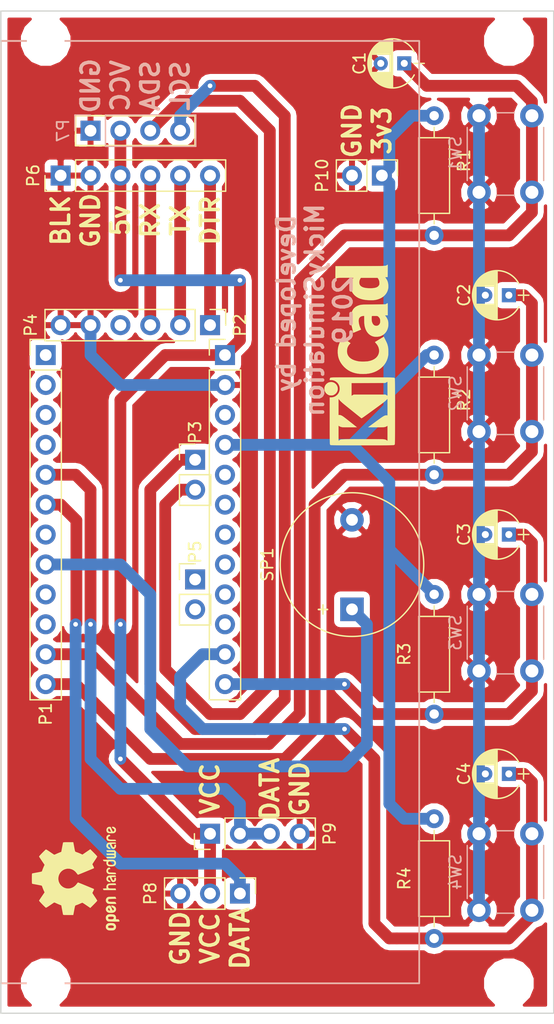
<source format=kicad_pcb>
(kicad_pcb (version 4) (host pcbnew 4.0.4-stable)
  (title_block (title "Domotic Shutter Board") (date 2019-04-08) (rev Michele) (company MickySimulation))
  (layers (0 F.Cu signal) (31 B.Cu signal) (34 B.Paste user hide) (35 F.Paste user hide) (36 B.SilkS user) (37 F.SilkS user) (38 B.Mask user) (39 F.Mask user) (44 Edge.Cuts user))
  (net 0 "")
  (net 1 "/1(Tx)")
  (net 2 "/0(Rx)")
  (net 3 GND)
  (net 4 /2)
  (net 5 /8)
  (net 6 /DTR)
  (net 7 VCC)
  (net 8 /A5)
  (net 9 /A4)
  (net 10 /A7)
  (net 11 /A6)
  (net 12 "Net-(P2-Pad4)")
  (net 13 "Net-(P4-Pad3)")
  (net 14 "Net-(P1-Pad1)")
  (net 15 "Net-(P1-Pad2)")
  (net 16 "Net-(P1-Pad3)")
  (net 17 "Net-(P1-Pad4)")
  (net 18 "Net-(P1-Pad7)")
  (net 19 "Net-(P1-Pad9)")
  (net 20 "Net-(P1-Pad10)")
  (net 21 "Net-(P4-Pad5)")
  (net 22 "Net-(P4-Pad6)")
  (net 23 "Net-(P4-Pad7)")
  (net 24 "Net-(P4-Pad8)")
  (net 25 "Net-(P4-Pad9)")
  (net 26 "Net-(P4-Pad10)")
  (net 27 /5)
  (net 28 /3)
  (net 29 /9)
  (net 30 /3.3v)
  (net 31 /11)
  (net 32 /10)
  (module Mounting_Holes:MountingHole_3.2mm_M3 (layer F.Cu) (at 138.43 66.04)
    (fp_text reference REF** hide)
    (fp_text value MountingHole_3.2mm_M3)
    (pad 1 np_thru_hole circle (at 0 0) (size 3.2 3.2) (drill 3.2) (layers *.Cu *.Mask))
  )
  (module Buttons_Switches_ThroughHole:SW_PUSH_6mm (layer B.Cu) (at 175.26 72.39 270)
    (fp_text reference SW1 (at 3.25 2 270) (layer B.SilkS) (effects (justify mirror)))
    (fp_text value SW_PUSH)
    (pad 2 thru_hole circle (at 0 -4.5 180) (size 2 2) (drill 1.1) (layers *.Cu *.Mask) (net 5 /8))
    (pad 1 thru_hole circle (at 0 0 180) (size 2 2) (drill 1.1) (layers *.Cu *.Mask) (net 3 GND))
    (pad 2 thru_hole circle (at 6.5 -4.5 180) (size 2 2) (drill 1.1) (layers *.Cu *.Mask) (net 5 /8))
    (pad 1 thru_hole circle (at 6.5 0 180) (size 2 2) (drill 1.1) (layers *.Cu *.Mask) (net 3 GND))
  )
  (module Buttons_Switches_ThroughHole:SW_PUSH_6mm (layer B.Cu) (at 175.26 92.71 270)
    (fp_text reference SW2 (at 3.25 2 270) (layer B.SilkS) (effects (justify mirror)))
    (fp_text value SW_PUSH)
    (pad 2 thru_hole circle (at 0 -4.5 180) (size 2 2) (drill 1.1) (layers *.Cu *.Mask) (net 29 /9))
    (pad 1 thru_hole circle (at 0 0 180) (size 2 2) (drill 1.1) (layers *.Cu *.Mask) (net 3 GND))
    (pad 2 thru_hole circle (at 6.5 -4.5 180) (size 2 2) (drill 1.1) (layers *.Cu *.Mask) (net 29 /9))
    (pad 1 thru_hole circle (at 6.5 0 180) (size 2 2) (drill 1.1) (layers *.Cu *.Mask) (net 3 GND))
  )
  (module Buttons_Switches_ThroughHole:SW_PUSH_6mm (layer B.Cu) (at 175.26 113.03 270)
    (fp_text reference SW3 (at 3.25 2 270) (layer B.SilkS) (effects (justify mirror)))
    (fp_text value SW_PUSH)
    (pad 2 thru_hole circle (at 0 -4.5 180) (size 2 2) (drill 1.1) (layers *.Cu *.Mask) (net 32 /10))
    (pad 1 thru_hole circle (at 0 0 180) (size 2 2) (drill 1.1) (layers *.Cu *.Mask) (net 3 GND))
    (pad 2 thru_hole circle (at 6.5 -4.5 180) (size 2 2) (drill 1.1) (layers *.Cu *.Mask) (net 32 /10))
    (pad 1 thru_hole circle (at 6.5 0 180) (size 2 2) (drill 1.1) (layers *.Cu *.Mask) (net 3 GND))
  )
  (module Buttons_Switches_ThroughHole:SW_PUSH_6mm (layer B.Cu) (at 175.26 133.35 270)
    (fp_text reference SW4 (at 3.25 2 270) (layer B.SilkS) (effects (justify mirror)))
    (fp_text value SW_PUSH)
    (pad 2 thru_hole circle (at 0 -4.5 180) (size 2 2) (drill 1.1) (layers *.Cu *.Mask) (net 31 /11))
    (pad 1 thru_hole circle (at 0 0 180) (size 2 2) (drill 1.1) (layers *.Cu *.Mask) (net 3 GND))
    (pad 2 thru_hole circle (at 6.5 -4.5 180) (size 2 2) (drill 1.1) (layers *.Cu *.Mask) (net 31 /11))
    (pad 1 thru_hole circle (at 6.5 0 180) (size 2 2) (drill 1.1) (layers *.Cu *.Mask) (net 3 GND))
  )
  (module Socket_Strips:Socket_Strip_Straight_1x12_Pitch2.54mm (layer F.Cu) (at 138.43 92.71)
    (fp_text reference P1 (at 0 30.48 90) (layer F.SilkS))
    (fp_text value Digital)
    (pad 1 thru_hole rect (at 0 0) (size 1.7 1.7) (drill 1) (layers *.Cu *.Mask) (net 14 "Net-(P1-Pad1)"))
    (pad 2 thru_hole oval (at 0 2.54) (size 1.7 1.7) (drill 1) (layers *.Cu *.Mask) (net 15 "Net-(P1-Pad2)"))
    (pad 3 thru_hole oval (at 0 5.08) (size 1.7 1.7) (drill 1) (layers *.Cu *.Mask) (net 16 "Net-(P1-Pad3)"))
    (pad 4 thru_hole oval (at 0 7.62) (size 1.7 1.7) (drill 1) (layers *.Cu *.Mask) (net 17 "Net-(P1-Pad4)"))
    (pad 5 thru_hole oval (at 0 10.16) (size 1.7 1.7) (drill 1) (layers *.Cu *.Mask) (net 4 /2))
    (pad 6 thru_hole oval (at 0 12.7) (size 1.7 1.7) (drill 1) (layers *.Cu *.Mask) (net 28 /3))
    (pad 7 thru_hole oval (at 0 15.24) (size 1.7 1.7) (drill 1) (layers *.Cu *.Mask) (net 18 "Net-(P1-Pad7)"))
    (pad 8 thru_hole oval (at 0 17.78) (size 1.7 1.7) (drill 1) (layers *.Cu *.Mask) (net 27 /5))
    (pad 9 thru_hole oval (at 0 20.32) (size 1.7 1.7) (drill 1) (layers *.Cu *.Mask) (net 19 "Net-(P1-Pad9)"))
    (pad 10 thru_hole oval (at 0 22.86) (size 1.7 1.7) (drill 1) (layers *.Cu *.Mask) (net 20 "Net-(P1-Pad10)"))
    (pad 11 thru_hole oval (at 0 25.4) (size 1.7 1.7) (drill 1) (layers *.Cu *.Mask) (net 5 /8))
    (pad 12 thru_hole oval (at 0 27.94) (size 1.7 1.7) (drill 1) (layers *.Cu *.Mask) (net 29 /9))
  )
  (module Socket_Strips:Socket_Strip_Straight_1x06_Pitch2.54mm (layer F.Cu) (at 152.4 90.17 270)
    (fp_text reference P2 (at 0 -2.54 270) (layer F.SilkS))
    (fp_text value COM)
    (pad 1 thru_hole rect (at 0 0 270) (size 1.7 1.7) (drill 1) (layers *.Cu *.Mask) (net 6 /DTR))
    (pad 2 thru_hole oval (at 0 2.54 270) (size 1.7 1.7) (drill 1) (layers *.Cu *.Mask) (net 1 "/1(Tx)"))
    (pad 3 thru_hole oval (at 0 5.08 270) (size 1.7 1.7) (drill 1) (layers *.Cu *.Mask) (net 2 "/0(Rx)"))
    (pad 4 thru_hole oval (at 0 7.62 270) (size 1.7 1.7) (drill 1) (layers *.Cu *.Mask) (net 12 "Net-(P2-Pad4)"))
    (pad 5 thru_hole oval (at 0 10.16 270) (size 1.7 1.7) (drill 1) (layers *.Cu *.Mask) (net 3 GND))
    (pad 6 thru_hole oval (at 0 12.7 270) (size 1.7 1.7) (drill 1) (layers *.Cu *.Mask) (net 3 GND))
  )
  (module Socket_Strips:Socket_Strip_Straight_1x02_Pitch2.54mm (layer F.Cu) (at 151.13 101.6)
    (fp_text reference P3 (at 0 -2.33 90) (layer F.SilkS))
    (fp_text value ADC)
    (pad 1 thru_hole rect (at 0 0) (size 1.7 1.7) (drill 1) (layers *.Cu *.Mask) (net 8 /A5))
    (pad 2 thru_hole oval (at 0 2.54) (size 1.7 1.7) (drill 1) (layers *.Cu *.Mask) (net 9 /A4))
  )
  (module Socket_Strips:Socket_Strip_Straight_1x12_Pitch2.54mm (layer F.Cu) (at 153.67 92.71)
    (fp_text reference P4 (at -16.51 -2.54 90) (layer F.SilkS))
    (fp_text value Analog)
    (pad 1 thru_hole rect (at 0 0) (size 1.7 1.7) (drill 1) (layers *.Cu *.Mask) (net 7 VCC))
    (pad 2 thru_hole oval (at 0 2.54) (size 1.7 1.7) (drill 1) (layers *.Cu *.Mask) (net 3 GND))
    (pad 3 thru_hole oval (at 0 5.08) (size 1.7 1.7) (drill 1) (layers *.Cu *.Mask) (net 13 "Net-(P4-Pad3)"))
    (pad 4 thru_hole oval (at 0 7.62) (size 1.7 1.7) (drill 1) (layers *.Cu *.Mask) (net 30 /3.3v))
    (pad 5 thru_hole oval (at 0 10.16) (size 1.7 1.7) (drill 1) (layers *.Cu *.Mask) (net 21 "Net-(P4-Pad5)"))
    (pad 6 thru_hole oval (at 0 12.7) (size 1.7 1.7) (drill 1) (layers *.Cu *.Mask) (net 22 "Net-(P4-Pad6)"))
    (pad 7 thru_hole oval (at 0 15.24) (size 1.7 1.7) (drill 1) (layers *.Cu *.Mask) (net 23 "Net-(P4-Pad7)"))
    (pad 8 thru_hole oval (at 0 17.78) (size 1.7 1.7) (drill 1) (layers *.Cu *.Mask) (net 24 "Net-(P4-Pad8)"))
    (pad 9 thru_hole oval (at 0 20.32) (size 1.7 1.7) (drill 1) (layers *.Cu *.Mask) (net 25 "Net-(P4-Pad9)"))
    (pad 10 thru_hole oval (at 0 22.86) (size 1.7 1.7) (drill 1) (layers *.Cu *.Mask) (net 26 "Net-(P4-Pad10)"))
    (pad 11 thru_hole oval (at 0 25.4) (size 1.7 1.7) (drill 1) (layers *.Cu *.Mask) (net 31 /11))
    (pad 12 thru_hole oval (at 0 27.94) (size 1.7 1.7) (drill 1) (layers *.Cu *.Mask) (net 32 /10))
  )
  (module Socket_Strips:Socket_Strip_Straight_1x02_Pitch2.54mm (layer F.Cu) (at 151.13 111.76)
    (fp_text reference P5 (at 0 -2.33 90) (layer F.SilkS))
    (fp_text value ADC)
    (pad 1 thru_hole rect (at 0 0) (size 1.7 1.7) (drill 1) (layers *.Cu *.Mask) (net 10 /A7))
    (pad 2 thru_hole oval (at 0 2.54) (size 1.7 1.7) (drill 1) (layers *.Cu *.Mask) (net 11 /A6))
  )
  (module Pin_Headers:Pin_Header_Straight_1x06_Pitch2.54mm (layer F.Cu) (at 139.7 77.47 90)
    (fp_text reference P6 (at 0 -2.33 90) (layer F.SilkS))
    (fp_text value COM)
    (pad 1 thru_hole rect (at 0 0 90) (size 1.7 1.7) (drill 1) (layers *.Cu *.Mask) (net 3 GND))
    (pad 2 thru_hole oval (at 0 2.54 90) (size 1.7 1.7) (drill 1) (layers *.Cu *.Mask) (net 3 GND))
    (pad 3 thru_hole oval (at 0 5.08 90) (size 1.7 1.7) (drill 1) (layers *.Cu *.Mask) (net 7 VCC))
    (pad 4 thru_hole oval (at 0 7.62 90) (size 1.7 1.7) (drill 1) (layers *.Cu *.Mask) (net 2 "/0(Rx)"))
    (pad 5 thru_hole oval (at 0 10.16 90) (size 1.7 1.7) (drill 1) (layers *.Cu *.Mask) (net 1 "/1(Tx)"))
    (pad 6 thru_hole oval (at 0 12.7 90) (size 1.7 1.7) (drill 1) (layers *.Cu *.Mask) (net 6 /DTR))
  )
  (module Socket_Strips:Socket_Strip_Straight_1x04_Pitch2.54mm (layer B.Cu) (at 142.24 73.66 270)
    (fp_text reference P7 (at 0 2.33 270) (layer B.SilkS) (effects (justify mirror)))
    (fp_text value CONN_01X04)
    (pad 1 thru_hole rect (at 0 0 270) (size 1.7 1.7) (drill 1) (layers *.Cu *.Mask) (net 3 GND))
    (pad 2 thru_hole oval (at 0 -2.54 270) (size 1.7 1.7) (drill 1) (layers *.Cu *.Mask) (net 7 VCC))
    (pad 3 thru_hole oval (at 0 -5.08 270) (size 1.7 1.7) (drill 1) (layers *.Cu *.Mask) (net 9 /A4))
    (pad 4 thru_hole oval (at 0 -7.62 270) (size 1.7 1.7) (drill 1) (layers *.Cu *.Mask) (net 8 /A5))
  )
  (module Socket_Strips:Socket_Strip_Straight_1x03_Pitch2.54mm (layer F.Cu) (at 154.94 138.43 270)
    (fp_text reference P8 (at 0 7.62 270) (layer F.SilkS))
    (fp_text value CONN_01X03)
    (pad 1 thru_hole rect (at 0 0 270) (size 1.7 1.7) (drill 1) (layers *.Cu *.Mask) (net 28 /3))
    (pad 2 thru_hole oval (at 0 2.54 270) (size 1.7 1.7) (drill 1) (layers *.Cu *.Mask) (net 7 VCC))
    (pad 3 thru_hole oval (at 0 5.08 270) (size 1.7 1.7) (drill 1) (layers *.Cu *.Mask) (net 3 GND))
  )
  (module Socket_Strips:Socket_Strip_Straight_1x04_Pitch2.54mm (layer F.Cu) (at 152.4 133.35 90)
    (fp_text reference P9 (at 0 10.16 90) (layer F.SilkS))
    (fp_text value CONN_01X04)
    (pad 1 thru_hole rect (at 0 0 90) (size 1.7 1.7) (drill 1) (layers *.Cu *.Mask) (net 7 VCC))
    (pad 2 thru_hole oval (at 0 2.54 90) (size 1.7 1.7) (drill 1) (layers *.Cu *.Mask) (net 4 /2))
    (pad 3 thru_hole oval (at 0 5.08 90) (size 1.7 1.7) (drill 1) (layers *.Cu *.Mask) (net 4 /2))
    (pad 4 thru_hole oval (at 0 7.62 90) (size 1.7 1.7) (drill 1) (layers *.Cu *.Mask) (net 3 GND))
  )
  (module Symbols:KiCad-Logo_6mm_SilkScreen (layer F.Cu) (at 165.1 92.71 90)
    (fp_text reference REF*** hide)
    (fp_text value KiCad-Logo_6mm_SilkScreen hide)
  )
  (module Mounting_Holes:MountingHole_3.2mm_M3 (layer F.Cu) (at 177.8 66.04)
    (fp_text reference REF** hide)
    (fp_text value MountingHole_3.2mm_M3)
    (pad 1 np_thru_hole circle (at 0 0) (size 3.2 3.2) (drill 3.2) (layers *.Cu *.Mask))
  )
  (module Mounting_Holes:MountingHole_3.2mm_M3 (layer F.Cu) (at 177.8 146.05)
    (fp_text reference REF** hide)
    (fp_text value MountingHole_3.2mm_M3)
    (pad 1 np_thru_hole circle (at 0 0) (size 3.2 3.2) (drill 3.2) (layers *.Cu *.Mask))
  )
  (module Mounting_Holes:MountingHole_3.2mm_M3 (layer F.Cu) (at 138.43 146.05)
    (fp_text reference REF** hide)
    (fp_text value MountingHole_3.2mm_M3)
    (pad 1 np_thru_hole circle (at 0 0) (size 3.2 3.2) (drill 3.2) (layers *.Cu *.Mask))
  )
  (module Symbols:OSHW-Logo2_9.8x8mm_SilkScreen (layer F.Cu) (at 140.97 137.16 90)
    (fp_text reference REF*** hide)
    (fp_text value OSHW-Logo2_9.8x8mm_SilkScreen hide)
  )
  (module Buzzers_Beepers:Buzzer_12x9.5RM7.6 (layer F.Cu) (at 164.465 114.3 90)
    (fp_text reference SP1 (at 3.8 -7.2 90) (layer F.SilkS))
    (fp_text value SPEAKER)
    (fp_text user + (at -0.01 -2.54 90) (layer F.SilkS))
    (pad 1 thru_hole rect (at 0 0 90) (size 2 2) (drill 1) (layers *.Cu *.Mask) (net 27 /5))
    (pad 2 thru_hole circle (at 7.6 0 90) (size 2 2) (drill 1) (layers *.Cu *.Mask) (net 3 GND))
  )
  (module Capacitors_ThroughHole:CP_Radial_D4.0mm_P2.00mm (layer F.Cu) (at 168.91 67.945 180)
    (fp_text reference C1 (at 3.81 0 270) (layer F.SilkS))
    (fp_text value 1uF)
    (pad 1 thru_hole rect (at 0 0 180) (size 1.2 1.2) (drill 0.6) (layers *.Cu *.Mask) (net 5 /8))
    (pad 2 thru_hole circle (at 2 0 180) (size 1.2 1.2) (drill 0.6) (layers *.Cu *.Mask) (net 3 GND))
  )
  (module Capacitors_ThroughHole:CP_Radial_D4.0mm_P2.00mm (layer F.Cu) (at 177.8 87.63 180)
    (fp_text reference C2 (at 3.81 0 270) (layer F.SilkS))
    (fp_text value 1uF)
    (pad 1 thru_hole rect (at 0 0 180) (size 1.2 1.2) (drill 0.6) (layers *.Cu *.Mask) (net 29 /9))
    (pad 2 thru_hole circle (at 2 0 180) (size 1.2 1.2) (drill 0.6) (layers *.Cu *.Mask) (net 3 GND))
  )
  (module Capacitors_ThroughHole:CP_Radial_D4.0mm_P2.00mm (layer F.Cu) (at 177.8 107.95 180)
    (fp_text reference C3 (at 3.81 0 270) (layer F.SilkS))
    (fp_text value 1uF)
    (pad 1 thru_hole rect (at 0 0 180) (size 1.2 1.2) (drill 0.6) (layers *.Cu *.Mask) (net 32 /10))
    (pad 2 thru_hole circle (at 2 0 180) (size 1.2 1.2) (drill 0.6) (layers *.Cu *.Mask) (net 3 GND))
  )
  (module Capacitors_ThroughHole:CP_Radial_D4.0mm_P2.00mm (layer F.Cu) (at 177.8 128.27 180)
    (fp_text reference C4 (at 3.81 0 270) (layer F.SilkS))
    (fp_text value 1uF)
    (pad 1 thru_hole rect (at 0 0 180) (size 1.2 1.2) (drill 0.6) (layers *.Cu *.Mask) (net 31 /11))
    (pad 2 thru_hole circle (at 2 0 180) (size 1.2 1.2) (drill 0.6) (layers *.Cu *.Mask) (net 3 GND))
  )
  (module Resistors_ThroughHole:R_Axial_DIN0207_L6.3mm_D2.5mm_P10.16mm_Horizontal (layer F.Cu) (at 171.45 72.39 270)
    (fp_text reference R1 (at 3.81 -2.54 270) (layer F.SilkS))
    (fp_text value 15k)
    (pad 1 thru_hole circle (at 0 0 270) (size 1.6 1.6) (drill 0.8) (layers *.Cu *.Mask) (net 30 /3.3v))
    (pad 2 thru_hole oval (at 10.16 0 270) (size 1.6 1.6) (drill 0.8) (layers *.Cu *.Mask) (net 5 /8))
  )
  (module Resistors_ThroughHole:R_Axial_DIN0207_L6.3mm_D2.5mm_P10.16mm_Horizontal (layer F.Cu) (at 171.45 92.71 270)
    (fp_text reference R2 (at 3.81 -2.54 270) (layer F.SilkS))
    (fp_text value 15k)
    (pad 1 thru_hole circle (at 0 0 270) (size 1.6 1.6) (drill 0.8) (layers *.Cu *.Mask) (net 30 /3.3v))
    (pad 2 thru_hole oval (at 10.16 0 270) (size 1.6 1.6) (drill 0.8) (layers *.Cu *.Mask) (net 29 /9))
  )
  (module Resistors_ThroughHole:R_Axial_DIN0207_L6.3mm_D2.5mm_P10.16mm_Horizontal (layer F.Cu) (at 171.45 113.03 270)
    (fp_text reference R3 (at 5.08 2.54 270) (layer F.SilkS))
    (fp_text value 15k)
    (pad 1 thru_hole circle (at 0 0 270) (size 1.6 1.6) (drill 0.8) (layers *.Cu *.Mask) (net 30 /3.3v))
    (pad 2 thru_hole oval (at 10.16 0 270) (size 1.6 1.6) (drill 0.8) (layers *.Cu *.Mask) (net 32 /10))
  )
  (module Resistors_ThroughHole:R_Axial_DIN0207_L6.3mm_D2.5mm_P10.16mm_Horizontal (layer F.Cu) (at 171.45 132.08 270)
    (fp_text reference R4 (at 5.08 2.54 270) (layer F.SilkS))
    (fp_text value 15k)
    (pad 1 thru_hole circle (at 0 0 270) (size 1.6 1.6) (drill 0.8) (layers *.Cu *.Mask) (net 30 /3.3v))
    (pad 2 thru_hole oval (at 10.16 0 270) (size 1.6 1.6) (drill 0.8) (layers *.Cu *.Mask) (net 31 /11))
  )
  (module Pin_Headers:Pin_Header_Straight_1x02_Pitch2.54mm (layer F.Cu) (at 167.005 77.47 270)
    (fp_text reference P10 (at 0 5.08 270) (layer F.SilkS))
    (fp_text value CONN_01X02)
    (pad 1 thru_hole rect (at 0 0 270) (size 1.7 1.7) (drill 1) (layers *.Cu *.Mask) (net 30 /3.3v))
    (pad 2 thru_hole oval (at 0 2.54 270) (size 1.7 1.7) (drill 1) (layers *.Cu *.Mask) (net 3 GND))
  )
  (gr_text GND (at 164.465 73.66 90) (layer F.SilkS) (effects (font (size 1.5 1.5) (thickness 0.3))))
  (gr_text 3v3 (at 167.005 73.66 90) (layer F.SilkS) (effects (font (size 1.5 1.5) (thickness 0.3))))
  (gr_line (start 181.61 63.5) (end 181.61 148.59) (angle 90) (layer Edge.Cuts) (width 0.1))
  (gr_line (start 134.62 63.5) (end 181.61 63.5) (angle 90) (layer Edge.Cuts) (width 0.1))
  (gr_line (start 134.62 148.59) (end 134.62 63.5) (angle 90) (layer Edge.Cuts) (width 0.1))
  (gr_line (start 134.62 148.59) (end 181.61 148.59) (angle 90) (layer Edge.Cuts) (width 0.1))
  (gr_text "Developed by \nMickySimulation\n2019" (at 161.29 88.9 90) (layer B.SilkS) (effects (font (size 1.5 1.5) (thickness 0.3)) (justify mirror)))
  (gr_text DTR (at 152.4 81.28 90) (layer F.SilkS) (effects (font (size 1.5 1.5) (thickness 0.3))))
  (gr_text TX (at 149.86 81.28 90) (layer F.SilkS) (effects (font (size 1.5 1.5) (thickness 0.3))))
  (gr_text RX (at 147.32 81.28 90) (layer F.SilkS) (effects (font (size 1.5 1.5) (thickness 0.3))))
  (gr_text 5v (at 144.78 81.28 90) (layer F.SilkS) (effects (font (size 1.5 1.5) (thickness 0.3))))
  (gr_text GND (at 142.24 81.28 90) (layer F.SilkS) (effects (font (size 1.5 1.5) (thickness 0.3))))
  (gr_text BLK (at 139.7 81.28 90) (layer F.SilkS) (effects (font (size 1.5 1.5) (thickness 0.3))))
  (gr_text GND (at 160.02 129.54 90) (layer F.SilkS) (effects (font (size 1.5 1.5) (thickness 0.3))))
  (gr_text DATA (at 157.48 129.54 90) (layer F.SilkS) (effects (font (size 1.5 1.5) (thickness 0.3))))
  (gr_text VCC (at 152.4 129.54 90) (layer F.SilkS) (effects (font (size 1.5 1.5) (thickness 0.3))))
  (gr_text DATA (at 154.94 142.24 90) (layer F.SilkS) (effects (font (size 1.5 1.5) (thickness 0.3))))
  (gr_text VCC (at 152.4 142.24 90) (layer F.SilkS) (effects (font (size 1.5 1.5) (thickness 0.3))))
  (gr_text GND (at 149.86 142.24 90) (layer F.SilkS) (effects (font (size 1.5 1.5) (thickness 0.3))))
  (gr_text SCL (at 149.86 69.85 90) (layer B.SilkS) (effects (font (size 1.5 1.5) (thickness 0.3)) (justify mirror)))
  (gr_text SDA (at 147.32 69.85 90) (layer B.SilkS) (effects (font (size 1.5 1.5) (thickness 0.3)) (justify mirror)))
  (gr_text VCC (at 144.78 69.85 90) (layer B.SilkS) (effects (font (size 1.5 1.5) (thickness 0.3)) (justify mirror)))
  (gr_text GND (at 142.24 69.85 90) (layer B.SilkS) (effects (font (size 1.5 1.5) (thickness 0.3)) (justify mirror)))
  (gr_line (start 134.62 66.04) (end 137.16 66.04) (angle 90) (layer B.SilkS) (width 0.15))
  (gr_line (start 134.62 146.05) (end 134.62 66.04) (angle 90) (layer B.SilkS) (width 0.15))
  (gr_line (start 170.18 146.05) (end 134.62 146.05) (angle 90) (layer B.SilkS) (width 0.15))
  (gr_line (start 170.18 66.04) (end 170.18 146.05) (angle 90) (layer B.SilkS) (width 0.15))
  (gr_line (start 134.62 66.04) (end 170.18 66.04) (angle 90) (layer B.SilkS) (width 0.15))
  (gr_line (start 151.13 72.39) (end 140.97 72.39) (angle 90) (layer F.SilkS) (width 0.15))
  (gr_line (start 151.13 74.93) (end 151.13 72.39) (angle 90) (layer F.SilkS) (width 0.15))
  (gr_line (start 140.97 74.93) (end 151.13 74.93) (angle 90) (layer F.SilkS) (width 0.15))
  (gr_line (start 140.97 72.39) (end 140.97 74.93) (angle 90) (layer F.SilkS) (width 0.15))
  (segment (start 149.86 77.47) (end 149.86 90.17) (width 1) (layer F.Cu) (net 1))
  (segment (start 147.32 77.47) (end 147.32 90.17) (width 1) (layer F.Cu) (net 2))
  (segment (start 175.26 72.39) (end 175.26 78.89) (width 1) (layer B.Cu) (net 3))
  (segment (start 175.26 78.89) (end 175.26 92.71) (width 1) (layer B.Cu) (net 3))
  (segment (start 175.26 92.71) (end 175.26 99.21) (width 1) (layer B.Cu) (net 3))
  (segment (start 175.26 99.21) (end 175.26 113.03) (width 1) (layer B.Cu) (net 3))
  (segment (start 175.26 113.03) (end 175.26 119.53) (width 1) (layer B.Cu) (net 3))
  (segment (start 175.26 119.53) (end 175.26 133.35) (width 1) (layer B.Cu) (net 3))
  (segment (start 175.26 133.35) (end 175.26 139.85) (width 1) (layer B.Cu) (net 3))
  (via (at 153.67 95.25) (size 0.6) (drill 0.4) (layers F.Cu B.Cu) (net 3))
  (segment (start 153.67 95.25) (end 144.78 95.25) (width 1) (layer B.Cu) (net 3))
  (segment (start 142.24 92.71) (end 142.24 90.17) (width 1) (layer B.Cu) (net 3))
  (segment (start 144.78 95.25) (end 142.24 92.71) (width 1) (layer B.Cu) (net 3))
  (segment (start 142.24 127) (end 142.24 115.57) (width 1) (layer B.Cu) (net 4))
  (segment (start 144.78 129.54) (end 142.24 127) (width 1) (layer B.Cu) (net 4))
  (segment (start 153.67 129.54) (end 144.78 129.54) (width 1) (layer B.Cu) (net 4))
  (segment (start 154.94 130.81) (end 153.67 129.54) (width 1) (layer B.Cu) (net 4))
  (segment (start 154.94 133.35) (end 154.94 130.81) (width 1) (layer B.Cu) (net 4))
  (segment (start 140.97 102.87) (end 138.43 102.87) (width 1) (layer F.Cu) (net 4))
  (segment (start 142.24 104.14) (end 140.97 102.87) (width 1) (layer F.Cu) (net 4))
  (segment (start 142.24 115.57) (end 142.24 104.14) (width 1) (layer F.Cu) (net 4))
  (via (at 142.24 115.57) (size 0.6) (drill 0.4) (layers F.Cu B.Cu) (net 4))
  (segment (start 157.48 133.35) (end 154.94 133.35) (width 1) (layer B.Cu) (net 4))
  (segment (start 179.76 72.39) (end 179.76 71.175) (width 1) (layer F.Cu) (net 5))
  (segment (start 170.815 69.85) (end 168.91 67.945) (width 1) (layer F.Cu) (net 5))
  (segment (start 178.435 69.85) (end 170.815 69.85) (width 1) (layer F.Cu) (net 5))
  (segment (start 179.76 71.175) (end 178.435 69.85) (width 1) (layer F.Cu) (net 5))
  (segment (start 171.45 82.55) (end 177.8 82.55) (width 1) (layer F.Cu) (net 5))
  (segment (start 177.8 82.55) (end 179.76 80.59) (width 1) (layer F.Cu) (net 5))
  (segment (start 179.76 80.59) (end 179.76 78.89) (width 1) (layer F.Cu) (net 5))
  (segment (start 171.45 82.55) (end 163.83 82.55) (width 1) (layer F.Cu) (net 5))
  (via (at 138.43 118.11) (size 0.6) (drill 0.4) (layers F.Cu B.Cu) (net 5))
  (segment (start 138.43 118.11) (end 142.24 118.11) (width 1) (layer F.Cu) (net 5))
  (segment (start 142.24 118.11) (end 149.86 125.73) (width 1) (layer F.Cu) (net 5))
  (segment (start 160.02 86.36) (end 163.83 82.55) (width 1) (layer F.Cu) (net 5))
  (segment (start 160.02 123.120002) (end 160.02 86.36) (width 1) (layer F.Cu) (net 5))
  (segment (start 157.410002 125.73) (end 160.02 123.120002) (width 1) (layer F.Cu) (net 5))
  (segment (start 149.86 125.73) (end 157.410002 125.73) (width 1) (layer F.Cu) (net 5))
  (segment (start 179.76 78.89) (end 179.76 72.39) (width 1) (layer F.Cu) (net 5))
  (via (at 179.76 78.89) (size 0.6) (drill 0.4) (layers F.Cu B.Cu) (net 5))
  (segment (start 152.4 77.47) (end 152.4 90.17) (width 1) (layer F.Cu) (net 6))
  (segment (start 152.4 133.35) (end 151.13 133.35) (width 1) (layer F.Cu) (net 7))
  (segment (start 148.59 92.71) (end 153.67 92.71) (width 1) (layer F.Cu) (net 7))
  (segment (start 144.78 96.52) (end 148.59 92.71) (width 1) (layer F.Cu) (net 7))
  (segment (start 144.78 115.57) (end 144.78 96.52) (width 1) (layer F.Cu) (net 7))
  (via (at 144.78 115.57) (size 0.6) (drill 0.4) (layers F.Cu B.Cu) (net 7))
  (segment (start 144.78 127) (end 144.78 115.57) (width 1) (layer B.Cu) (net 7))
  (via (at 144.78 127) (size 0.6) (drill 0.4) (layers F.Cu B.Cu) (net 7))
  (segment (start 151.13 133.35) (end 144.78 127) (width 1) (layer F.Cu) (net 7))
  (segment (start 152.4 138.43) (end 152.4 133.35) (width 1) (layer F.Cu) (net 7))
  (segment (start 153.67 92.71) (end 154.94 91.44) (width 1) (layer F.Cu) (net 7))
  (segment (start 154.94 91.44) (end 154.94 86.36) (width 1) (layer F.Cu) (net 7))
  (via (at 154.94 86.36) (size 0.6) (drill 0.4) (layers F.Cu B.Cu) (net 7))
  (segment (start 154.94 86.36) (end 144.78 86.36) (width 1) (layer B.Cu) (net 7))
  (via (at 144.78 86.36) (size 0.6) (drill 0.4) (layers F.Cu B.Cu) (net 7))
  (segment (start 144.78 86.36) (end 144.78 77.47) (width 1) (layer F.Cu) (net 7))
  (via (at 153.67 92.71) (size 0.6) (drill 0.4) (layers F.Cu B.Cu) (net 7))
  (segment (start 144.78 77.47) (end 144.78 73.66) (width 1) (layer F.Cu) (net 7))
  (segment (start 151.13 101.6) (end 149.86 101.6) (width 1) (layer F.Cu) (net 8))
  (segment (start 149.86 72.39) (end 149.86 73.66) (width 1) (layer B.Cu) (net 8))
  (segment (start 152.4 69.85) (end 149.86 72.39) (width 1) (layer B.Cu) (net 8))
  (via (at 152.4 69.85) (size 0.6) (drill 0.4) (layers F.Cu B.Cu) (net 8))
  (segment (start 156.21 69.85) (end 152.4 69.85) (width 1) (layer F.Cu) (net 8))
  (segment (start 158.75 72.39) (end 156.21 69.85) (width 1) (layer F.Cu) (net 8))
  (segment (start 158.75 121.92) (end 158.75 72.39) (width 1) (layer F.Cu) (net 8))
  (segment (start 156.21 124.46) (end 158.75 121.92) (width 1) (layer F.Cu) (net 8))
  (segment (start 151.13 124.46) (end 156.21 124.46) (width 1) (layer F.Cu) (net 8))
  (segment (start 147.32 120.65) (end 151.13 124.46) (width 1) (layer F.Cu) (net 8))
  (segment (start 147.32 104.14) (end 147.32 120.65) (width 1) (layer F.Cu) (net 8))
  (segment (start 149.86 101.6) (end 147.32 104.14) (width 1) (layer F.Cu) (net 8))
  (via (at 151.13 101.6) (size 0.6) (drill 0.4) (layers F.Cu B.Cu) (net 8))
  (segment (start 147.32 73.66) (end 149.86 71.12) (width 1) (layer F.Cu) (net 9))
  (segment (start 149.86 104.14) (end 151.13 104.14) (width 1) (layer F.Cu) (net 9))
  (segment (start 148.59 105.41) (end 149.86 104.14) (width 1) (layer F.Cu) (net 9))
  (segment (start 148.59 119.38) (end 148.59 105.41) (width 1) (layer F.Cu) (net 9))
  (segment (start 152.4 123.19) (end 148.59 119.38) (width 1) (layer F.Cu) (net 9))
  (segment (start 154.94 123.19) (end 152.4 123.19) (width 1) (layer F.Cu) (net 9))
  (segment (start 157.48 120.65) (end 154.94 123.19) (width 1) (layer F.Cu) (net 9))
  (segment (start 157.48 73.66) (end 157.48 120.65) (width 1) (layer F.Cu) (net 9))
  (segment (start 154.94 71.12) (end 157.48 73.66) (width 1) (layer F.Cu) (net 9))
  (segment (start 149.86 71.12) (end 154.94 71.12) (width 1) (layer F.Cu) (net 9))
  (segment (start 144.78 110.49) (end 138.43 110.49) (width 1) (layer B.Cu) (net 27))
  (segment (start 147.32 113.03) (end 144.78 110.49) (width 1) (layer B.Cu) (net 27))
  (segment (start 147.32 124.46) (end 147.32 113.03) (width 1) (layer B.Cu) (net 27))
  (segment (start 150.495 127.635) (end 147.32 124.46) (width 1) (layer B.Cu) (net 27))
  (segment (start 163.83 127.635) (end 150.495 127.635) (width 1) (layer B.Cu) (net 27))
  (segment (start 165.735 125.73) (end 163.83 127.635) (width 1) (layer B.Cu) (net 27))
  (segment (start 165.735 115.57) (end 165.735 125.73) (width 1) (layer B.Cu) (net 27))
  (segment (start 164.465 114.3) (end 165.735 115.57) (width 1) (layer B.Cu) (net 27))
  (segment (start 140.97 132.08) (end 140.97 115.57) (width 1) (layer B.Cu) (net 28))
  (segment (start 154.94 137.16) (end 153.67 135.89) (width 1) (layer B.Cu) (net 28))
  (segment (start 153.67 135.89) (end 144.78 135.89) (width 1) (layer B.Cu) (net 28))
  (segment (start 144.78 135.89) (end 140.97 132.08) (width 1) (layer B.Cu) (net 28))
  (segment (start 154.94 138.43) (end 154.94 137.16) (width 1) (layer B.Cu) (net 28))
  (segment (start 139.7 105.41) (end 138.43 105.41) (width 1) (layer F.Cu) (net 28))
  (segment (start 141.039998 106.749998) (end 139.7 105.41) (width 1) (layer F.Cu) (net 28))
  (segment (start 141.039998 115.500002) (end 141.039998 106.749998) (width 1) (layer F.Cu) (net 28))
  (segment (start 140.97 115.57) (end 141.039998 115.500002) (width 1) (layer F.Cu) (net 28))
  (via (at 140.97 115.57) (size 0.6) (drill 0.4) (layers F.Cu B.Cu) (net 28))
  (segment (start 138.499998 105.479998) (end 138.43 105.41) (width 1) (layer B.Cu) (net 28))
  (via (at 154.94 138.43) (size 0.6) (drill 0.4) (layers F.Cu B.Cu) (net 28))
  (segment (start 171.45 102.87) (end 177.8 102.87) (width 1) (layer F.Cu) (net 29))
  (segment (start 177.8 102.87) (end 179.76 100.91) (width 1) (layer F.Cu) (net 29))
  (segment (start 179.76 100.91) (end 179.76 99.21) (width 1) (layer F.Cu) (net 29))
  (segment (start 171.45 102.87) (end 163.83 102.87) (width 1) (layer F.Cu) (net 29))
  (segment (start 177.8 87.63) (end 179.07 87.63) (width 1) (layer F.Cu) (net 29))
  (segment (start 179.76 88.32) (end 179.76 92.71) (width 1) (layer F.Cu) (net 29))
  (segment (start 179.07 87.63) (end 179.76 88.32) (width 1) (layer F.Cu) (net 29))
  (segment (start 138.43 120.65) (end 140.97 120.65) (width 1) (layer F.Cu) (net 29))
  (segment (start 140.97 120.65) (end 147.32 127) (width 1) (layer F.Cu) (net 29))
  (via (at 138.43 120.65) (size 0.6) (drill 0.4) (layers F.Cu B.Cu) (net 29))
  (segment (start 161.29 105.41) (end 163.83 102.87) (width 1) (layer F.Cu) (net 29))
  (segment (start 161.29 124.46) (end 161.29 105.41) (width 1) (layer F.Cu) (net 29))
  (segment (start 158.75 127) (end 161.29 124.46) (width 1) (layer F.Cu) (net 29))
  (segment (start 147.32 127) (end 158.75 127) (width 1) (layer F.Cu) (net 29))
  (segment (start 179.76 99.21) (end 179.76 92.71) (width 1) (layer F.Cu) (net 29))
  (segment (start 167.005 77.47) (end 167.64 78.105) (width 1) (layer B.Cu) (net 30))
  (segment (start 167.64 78.105) (end 167.64 95.885) (width 1) (layer B.Cu) (net 30))
  (segment (start 167.64 76.835) (end 167.64 74.295) (width 1) (layer B.Cu) (net 30))
  (segment (start 167.64 74.295) (end 169.545 72.39) (width 1) (layer B.Cu) (net 30))
  (segment (start 169.545 72.39) (end 171.45 72.39) (width 1) (layer B.Cu) (net 30))
  (segment (start 167.64 76.835) (end 167.005 77.47) (width 1) (layer B.Cu) (net 30))
  (segment (start 171.45 92.71) (end 170.815 92.71) (width 1) (layer B.Cu) (net 30))
  (segment (start 170.815 92.71) (end 167.64 95.885) (width 1) (layer B.Cu) (net 30))
  (segment (start 167.64 95.885) (end 167.64 97.155) (width 1) (layer B.Cu) (net 30))
  (segment (start 167.64 97.155) (end 164.465 100.33) (width 1) (layer B.Cu) (net 30))
  (segment (start 171.45 113.03) (end 167.64 109.22) (width 1) (layer B.Cu) (net 30))
  (segment (start 171.45 132.08) (end 168.91 132.08) (width 1) (layer B.Cu) (net 30))
  (segment (start 164.465 100.33) (end 153.67 100.33) (width 1) (layer B.Cu) (net 30))
  (segment (start 167.64 103.505) (end 164.465 100.33) (width 1) (layer B.Cu) (net 30))
  (segment (start 167.64 130.81) (end 167.64 109.22) (width 1) (layer B.Cu) (net 30))
  (segment (start 167.64 109.22) (end 167.64 103.505) (width 1) (layer B.Cu) (net 30))
  (segment (start 168.91 132.08) (end 167.64 130.81) (width 1) (layer B.Cu) (net 30))
  (segment (start 171.45 142.24) (end 168.275 142.24) (width 1) (layer F.Cu) (net 31))
  (segment (start 168.275 142.24) (end 167.64 142.24) (width 1) (layer F.Cu) (net 31))
  (segment (start 167.64 142.24) (end 166.37 140.97) (width 1) (layer F.Cu) (net 31))
  (segment (start 166.37 140.97) (end 166.37 127) (width 1) (layer F.Cu) (net 31))
  (segment (start 166.37 127) (end 163.83 124.46) (width 1) (layer F.Cu) (net 31))
  (via (at 163.83 124.46) (size 0.6) (drill 0.4) (layers F.Cu B.Cu) (net 31))
  (segment (start 163.83 124.46) (end 151.765 124.46) (width 1) (layer B.Cu) (net 31))
  (segment (start 151.765 124.46) (end 149.86 122.555) (width 1) (layer B.Cu) (net 31))
  (segment (start 149.86 122.555) (end 149.86 120.015) (width 1) (layer B.Cu) (net 31))
  (segment (start 149.86 120.015) (end 151.765 118.11) (width 1) (layer B.Cu) (net 31))
  (segment (start 151.765 118.11) (end 153.67 118.11) (width 1) (layer B.Cu) (net 31))
  (segment (start 171.45 142.24) (end 177.8 142.24) (width 1) (layer F.Cu) (net 31))
  (segment (start 177.8 142.24) (end 179.76 140.28) (width 1) (layer F.Cu) (net 31))
  (segment (start 179.76 140.28) (end 179.76 139.85) (width 1) (layer F.Cu) (net 31))
  (segment (start 179.76 139.85) (end 179.76 140.28) (width 1) (layer F.Cu) (net 31))
  (segment (start 179.76 133.35) (end 179.76 128.96) (width 1) (layer F.Cu) (net 31))
  (segment (start 179.07 128.27) (end 177.8 128.27) (width 1) (layer F.Cu) (net 31))
  (segment (start 179.76 128.96) (end 179.07 128.27) (width 1) (layer F.Cu) (net 31))
  (segment (start 179.76 139.85) (end 179.76 140.28) (width 1) (layer F.Cu) (net 31))
  (segment (start 179.76 139.85) (end 179.76 133.35) (width 1) (layer F.Cu) (net 31))
  (segment (start 153.67 120.65) (end 163.83 120.65) (width 1) (layer B.Cu) (net 32))
  (segment (start 166.37 123.19) (end 171.45 123.19) (width 1) (layer F.Cu) (net 32))
  (segment (start 163.83 120.65) (end 166.37 123.19) (width 1) (layer F.Cu) (net 32))
  (via (at 163.83 120.65) (size 0.6) (drill 0.4) (layers F.Cu B.Cu) (net 32))
  (segment (start 171.45 123.19) (end 177.8 123.19) (width 1) (layer F.Cu) (net 32))
  (segment (start 179.76 121.23) (end 179.76 119.53) (width 1) (layer F.Cu) (net 32))
  (segment (start 177.8 123.19) (end 179.76 121.23) (width 1) (layer F.Cu) (net 32))
  (segment (start 177.8 107.95) (end 179.07 107.95) (width 1) (layer F.Cu) (net 32))
  (segment (start 179.76 108.64) (end 179.76 113.03) (width 1) (layer F.Cu) (net 32))
  (segment (start 179.07 107.95) (end 179.76 108.64) (width 1) (layer F.Cu) (net 32))
  (via (at 153.67 120.65) (size 0.6) (drill 0.4) (layers F.Cu B.Cu) (net 32))
  (segment (start 179.76 119.53) (end 179.76 113.03) (width 1) (layer F.Cu) (net 32))
  (zone (net 3) (net_name GND) (layer F.Cu) (connect_pads (clearance 0.508)) (min_thickness 0.254) (fill yes (arc_segments 16) (thermal_gap 0.508) (thermal_bridge_width 0.508))
    (polygon (pts (xy 134.62 63.5) (xy 181.61 63.5) (xy 181.61 148.59) (xy 134.62 148.59)))
  )
)
</source>
